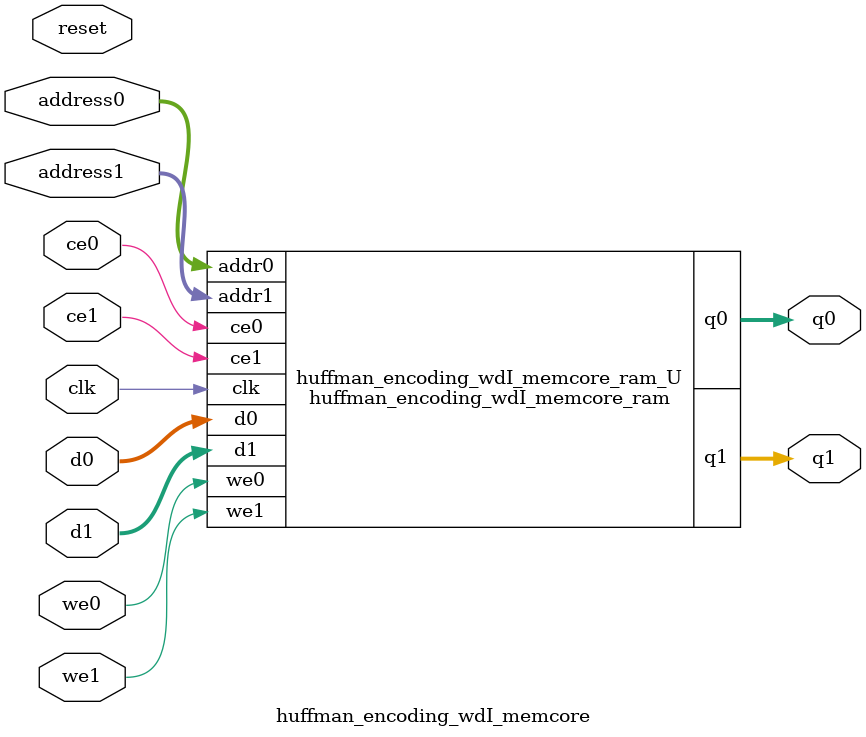
<source format=v>
`timescale 1 ns / 1 ps
module huffman_encoding_wdI_memcore_ram (addr0, ce0, d0, we0, q0, addr1, ce1, d1, we1, q1,  clk);

parameter DWIDTH = 32;
parameter AWIDTH = 7;
parameter MEM_SIZE = 128;

input[AWIDTH-1:0] addr0;
input ce0;
input[DWIDTH-1:0] d0;
input we0;
output reg[DWIDTH-1:0] q0;
input[AWIDTH-1:0] addr1;
input ce1;
input[DWIDTH-1:0] d1;
input we1;
output reg[DWIDTH-1:0] q1;
input clk;

(* ram_style = "block" *)reg [DWIDTH-1:0] ram[0:MEM_SIZE-1];




always @(posedge clk)  
begin 
    if (ce0) begin
        if (we0) 
            ram[addr0] <= d0; 
        q0 <= ram[addr0];
    end
end


always @(posedge clk)  
begin 
    if (ce1) begin
        if (we1) 
            ram[addr1] <= d1; 
        q1 <= ram[addr1];
    end
end


endmodule

`timescale 1 ns / 1 ps
module huffman_encoding_wdI_memcore(
    reset,
    clk,
    address0,
    ce0,
    we0,
    d0,
    q0,
    address1,
    ce1,
    we1,
    d1,
    q1);

parameter DataWidth = 32'd32;
parameter AddressRange = 32'd128;
parameter AddressWidth = 32'd7;
input reset;
input clk;
input[AddressWidth - 1:0] address0;
input ce0;
input we0;
input[DataWidth - 1:0] d0;
output[DataWidth - 1:0] q0;
input[AddressWidth - 1:0] address1;
input ce1;
input we1;
input[DataWidth - 1:0] d1;
output[DataWidth - 1:0] q1;



huffman_encoding_wdI_memcore_ram huffman_encoding_wdI_memcore_ram_U(
    .clk( clk ),
    .addr0( address0 ),
    .ce0( ce0 ),
    .we0( we0 ),
    .d0( d0 ),
    .q0( q0 ),
    .addr1( address1 ),
    .ce1( ce1 ),
    .we1( we1 ),
    .d1( d1 ),
    .q1( q1 ));

endmodule


</source>
